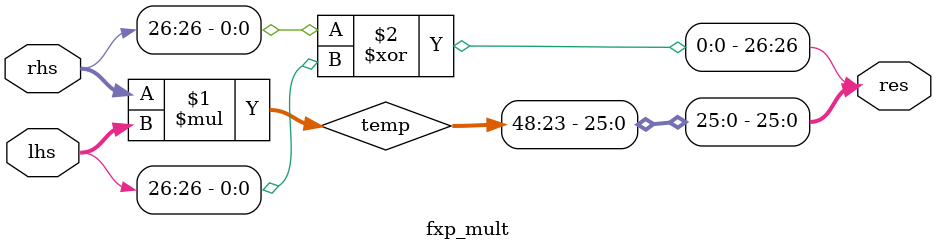
<source format=v>
module fxp_mult #(parameter WIDTH = 27, parameter FBITS = 23) (
    input wire signed [WIDTH - 1:0] rhs,
    input wire signed [WIDTH - 1:0] lhs,
    output wire signed [WIDTH - 1:0] res
);
wire [WIDTH * 2 - 1:0] temp;
assign temp = rhs * lhs;
assign res = {rhs[WIDTH - 1] ^lhs[WIDTH - 1],temp[(WIDTH + FBITS - 2) :FBITS]};

endmodule
</source>
